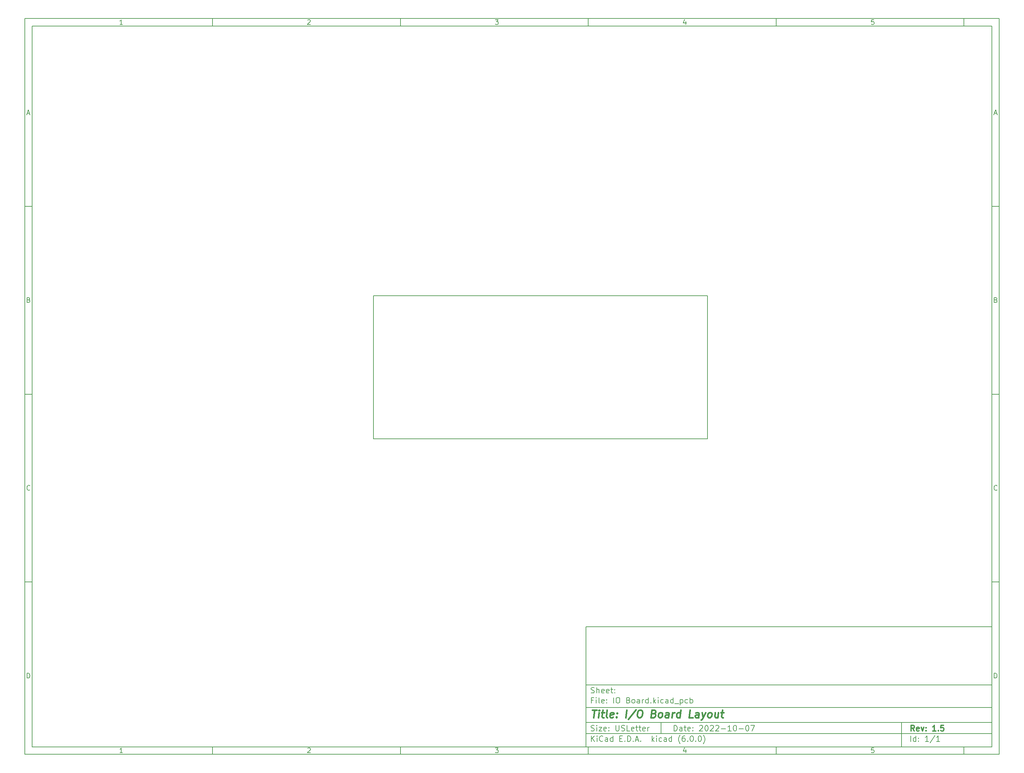
<source format=gbr>
G04 #@! TF.GenerationSoftware,KiCad,Pcbnew,(6.0.0)*
G04 #@! TF.CreationDate,2023-02-09T15:45:20-05:00*
G04 #@! TF.ProjectId,IO Board,494f2042-6f61-4726-942e-6b696361645f,1.5*
G04 #@! TF.SameCoordinates,Original*
G04 #@! TF.FileFunction,Profile,NP*
%FSLAX46Y46*%
G04 Gerber Fmt 4.6, Leading zero omitted, Abs format (unit mm)*
G04 Created by KiCad (PCBNEW (6.0.0)) date 2023-02-09 15:45:20*
%MOMM*%
%LPD*%
G01*
G04 APERTURE LIST*
%ADD10C,0.100000*%
%ADD11C,0.150000*%
%ADD12C,0.300000*%
%ADD13C,0.400000*%
G04 #@! TA.AperFunction,Profile*
%ADD14C,0.150000*%
G04 #@! TD*
G04 APERTURE END LIST*
D10*
D11*
X159400000Y-171900000D02*
X159400000Y-203900000D01*
X267400000Y-203900000D01*
X267400000Y-171900000D01*
X159400000Y-171900000D01*
D10*
D11*
X10000000Y-10000000D02*
X10000000Y-205900000D01*
X269400000Y-205900000D01*
X269400000Y-10000000D01*
X10000000Y-10000000D01*
D10*
D11*
X12000000Y-12000000D02*
X12000000Y-203900000D01*
X267400000Y-203900000D01*
X267400000Y-12000000D01*
X12000000Y-12000000D01*
D10*
D11*
X60000000Y-12000000D02*
X60000000Y-10000000D01*
D10*
D11*
X110000000Y-12000000D02*
X110000000Y-10000000D01*
D10*
D11*
X160000000Y-12000000D02*
X160000000Y-10000000D01*
D10*
D11*
X210000000Y-12000000D02*
X210000000Y-10000000D01*
D10*
D11*
X260000000Y-12000000D02*
X260000000Y-10000000D01*
D10*
D11*
X36065476Y-11588095D02*
X35322619Y-11588095D01*
X35694047Y-11588095D02*
X35694047Y-10288095D01*
X35570238Y-10473809D01*
X35446428Y-10597619D01*
X35322619Y-10659523D01*
D10*
D11*
X85322619Y-10411904D02*
X85384523Y-10350000D01*
X85508333Y-10288095D01*
X85817857Y-10288095D01*
X85941666Y-10350000D01*
X86003571Y-10411904D01*
X86065476Y-10535714D01*
X86065476Y-10659523D01*
X86003571Y-10845238D01*
X85260714Y-11588095D01*
X86065476Y-11588095D01*
D10*
D11*
X135260714Y-10288095D02*
X136065476Y-10288095D01*
X135632142Y-10783333D01*
X135817857Y-10783333D01*
X135941666Y-10845238D01*
X136003571Y-10907142D01*
X136065476Y-11030952D01*
X136065476Y-11340476D01*
X136003571Y-11464285D01*
X135941666Y-11526190D01*
X135817857Y-11588095D01*
X135446428Y-11588095D01*
X135322619Y-11526190D01*
X135260714Y-11464285D01*
D10*
D11*
X185941666Y-10721428D02*
X185941666Y-11588095D01*
X185632142Y-10226190D02*
X185322619Y-11154761D01*
X186127380Y-11154761D01*
D10*
D11*
X236003571Y-10288095D02*
X235384523Y-10288095D01*
X235322619Y-10907142D01*
X235384523Y-10845238D01*
X235508333Y-10783333D01*
X235817857Y-10783333D01*
X235941666Y-10845238D01*
X236003571Y-10907142D01*
X236065476Y-11030952D01*
X236065476Y-11340476D01*
X236003571Y-11464285D01*
X235941666Y-11526190D01*
X235817857Y-11588095D01*
X235508333Y-11588095D01*
X235384523Y-11526190D01*
X235322619Y-11464285D01*
D10*
D11*
X60000000Y-203900000D02*
X60000000Y-205900000D01*
D10*
D11*
X110000000Y-203900000D02*
X110000000Y-205900000D01*
D10*
D11*
X160000000Y-203900000D02*
X160000000Y-205900000D01*
D10*
D11*
X210000000Y-203900000D02*
X210000000Y-205900000D01*
D10*
D11*
X260000000Y-203900000D02*
X260000000Y-205900000D01*
D10*
D11*
X36065476Y-205488095D02*
X35322619Y-205488095D01*
X35694047Y-205488095D02*
X35694047Y-204188095D01*
X35570238Y-204373809D01*
X35446428Y-204497619D01*
X35322619Y-204559523D01*
D10*
D11*
X85322619Y-204311904D02*
X85384523Y-204250000D01*
X85508333Y-204188095D01*
X85817857Y-204188095D01*
X85941666Y-204250000D01*
X86003571Y-204311904D01*
X86065476Y-204435714D01*
X86065476Y-204559523D01*
X86003571Y-204745238D01*
X85260714Y-205488095D01*
X86065476Y-205488095D01*
D10*
D11*
X135260714Y-204188095D02*
X136065476Y-204188095D01*
X135632142Y-204683333D01*
X135817857Y-204683333D01*
X135941666Y-204745238D01*
X136003571Y-204807142D01*
X136065476Y-204930952D01*
X136065476Y-205240476D01*
X136003571Y-205364285D01*
X135941666Y-205426190D01*
X135817857Y-205488095D01*
X135446428Y-205488095D01*
X135322619Y-205426190D01*
X135260714Y-205364285D01*
D10*
D11*
X185941666Y-204621428D02*
X185941666Y-205488095D01*
X185632142Y-204126190D02*
X185322619Y-205054761D01*
X186127380Y-205054761D01*
D10*
D11*
X236003571Y-204188095D02*
X235384523Y-204188095D01*
X235322619Y-204807142D01*
X235384523Y-204745238D01*
X235508333Y-204683333D01*
X235817857Y-204683333D01*
X235941666Y-204745238D01*
X236003571Y-204807142D01*
X236065476Y-204930952D01*
X236065476Y-205240476D01*
X236003571Y-205364285D01*
X235941666Y-205426190D01*
X235817857Y-205488095D01*
X235508333Y-205488095D01*
X235384523Y-205426190D01*
X235322619Y-205364285D01*
D10*
D11*
X10000000Y-60000000D02*
X12000000Y-60000000D01*
D10*
D11*
X10000000Y-110000000D02*
X12000000Y-110000000D01*
D10*
D11*
X10000000Y-160000000D02*
X12000000Y-160000000D01*
D10*
D11*
X10690476Y-35216666D02*
X11309523Y-35216666D01*
X10566666Y-35588095D02*
X11000000Y-34288095D01*
X11433333Y-35588095D01*
D10*
D11*
X11092857Y-84907142D02*
X11278571Y-84969047D01*
X11340476Y-85030952D01*
X11402380Y-85154761D01*
X11402380Y-85340476D01*
X11340476Y-85464285D01*
X11278571Y-85526190D01*
X11154761Y-85588095D01*
X10659523Y-85588095D01*
X10659523Y-84288095D01*
X11092857Y-84288095D01*
X11216666Y-84350000D01*
X11278571Y-84411904D01*
X11340476Y-84535714D01*
X11340476Y-84659523D01*
X11278571Y-84783333D01*
X11216666Y-84845238D01*
X11092857Y-84907142D01*
X10659523Y-84907142D01*
D10*
D11*
X11402380Y-135464285D02*
X11340476Y-135526190D01*
X11154761Y-135588095D01*
X11030952Y-135588095D01*
X10845238Y-135526190D01*
X10721428Y-135402380D01*
X10659523Y-135278571D01*
X10597619Y-135030952D01*
X10597619Y-134845238D01*
X10659523Y-134597619D01*
X10721428Y-134473809D01*
X10845238Y-134350000D01*
X11030952Y-134288095D01*
X11154761Y-134288095D01*
X11340476Y-134350000D01*
X11402380Y-134411904D01*
D10*
D11*
X10659523Y-185588095D02*
X10659523Y-184288095D01*
X10969047Y-184288095D01*
X11154761Y-184350000D01*
X11278571Y-184473809D01*
X11340476Y-184597619D01*
X11402380Y-184845238D01*
X11402380Y-185030952D01*
X11340476Y-185278571D01*
X11278571Y-185402380D01*
X11154761Y-185526190D01*
X10969047Y-185588095D01*
X10659523Y-185588095D01*
D10*
D11*
X269400000Y-60000000D02*
X267400000Y-60000000D01*
D10*
D11*
X269400000Y-110000000D02*
X267400000Y-110000000D01*
D10*
D11*
X269400000Y-160000000D02*
X267400000Y-160000000D01*
D10*
D11*
X268090476Y-35216666D02*
X268709523Y-35216666D01*
X267966666Y-35588095D02*
X268400000Y-34288095D01*
X268833333Y-35588095D01*
D10*
D11*
X268492857Y-84907142D02*
X268678571Y-84969047D01*
X268740476Y-85030952D01*
X268802380Y-85154761D01*
X268802380Y-85340476D01*
X268740476Y-85464285D01*
X268678571Y-85526190D01*
X268554761Y-85588095D01*
X268059523Y-85588095D01*
X268059523Y-84288095D01*
X268492857Y-84288095D01*
X268616666Y-84350000D01*
X268678571Y-84411904D01*
X268740476Y-84535714D01*
X268740476Y-84659523D01*
X268678571Y-84783333D01*
X268616666Y-84845238D01*
X268492857Y-84907142D01*
X268059523Y-84907142D01*
D10*
D11*
X268802380Y-135464285D02*
X268740476Y-135526190D01*
X268554761Y-135588095D01*
X268430952Y-135588095D01*
X268245238Y-135526190D01*
X268121428Y-135402380D01*
X268059523Y-135278571D01*
X267997619Y-135030952D01*
X267997619Y-134845238D01*
X268059523Y-134597619D01*
X268121428Y-134473809D01*
X268245238Y-134350000D01*
X268430952Y-134288095D01*
X268554761Y-134288095D01*
X268740476Y-134350000D01*
X268802380Y-134411904D01*
D10*
D11*
X268059523Y-185588095D02*
X268059523Y-184288095D01*
X268369047Y-184288095D01*
X268554761Y-184350000D01*
X268678571Y-184473809D01*
X268740476Y-184597619D01*
X268802380Y-184845238D01*
X268802380Y-185030952D01*
X268740476Y-185278571D01*
X268678571Y-185402380D01*
X268554761Y-185526190D01*
X268369047Y-185588095D01*
X268059523Y-185588095D01*
D10*
D11*
X182832142Y-199678571D02*
X182832142Y-198178571D01*
X183189285Y-198178571D01*
X183403571Y-198250000D01*
X183546428Y-198392857D01*
X183617857Y-198535714D01*
X183689285Y-198821428D01*
X183689285Y-199035714D01*
X183617857Y-199321428D01*
X183546428Y-199464285D01*
X183403571Y-199607142D01*
X183189285Y-199678571D01*
X182832142Y-199678571D01*
X184975000Y-199678571D02*
X184975000Y-198892857D01*
X184903571Y-198750000D01*
X184760714Y-198678571D01*
X184475000Y-198678571D01*
X184332142Y-198750000D01*
X184975000Y-199607142D02*
X184832142Y-199678571D01*
X184475000Y-199678571D01*
X184332142Y-199607142D01*
X184260714Y-199464285D01*
X184260714Y-199321428D01*
X184332142Y-199178571D01*
X184475000Y-199107142D01*
X184832142Y-199107142D01*
X184975000Y-199035714D01*
X185475000Y-198678571D02*
X186046428Y-198678571D01*
X185689285Y-198178571D02*
X185689285Y-199464285D01*
X185760714Y-199607142D01*
X185903571Y-199678571D01*
X186046428Y-199678571D01*
X187117857Y-199607142D02*
X186975000Y-199678571D01*
X186689285Y-199678571D01*
X186546428Y-199607142D01*
X186475000Y-199464285D01*
X186475000Y-198892857D01*
X186546428Y-198750000D01*
X186689285Y-198678571D01*
X186975000Y-198678571D01*
X187117857Y-198750000D01*
X187189285Y-198892857D01*
X187189285Y-199035714D01*
X186475000Y-199178571D01*
X187832142Y-199535714D02*
X187903571Y-199607142D01*
X187832142Y-199678571D01*
X187760714Y-199607142D01*
X187832142Y-199535714D01*
X187832142Y-199678571D01*
X187832142Y-198750000D02*
X187903571Y-198821428D01*
X187832142Y-198892857D01*
X187760714Y-198821428D01*
X187832142Y-198750000D01*
X187832142Y-198892857D01*
X189617857Y-198321428D02*
X189689285Y-198250000D01*
X189832142Y-198178571D01*
X190189285Y-198178571D01*
X190332142Y-198250000D01*
X190403571Y-198321428D01*
X190475000Y-198464285D01*
X190475000Y-198607142D01*
X190403571Y-198821428D01*
X189546428Y-199678571D01*
X190475000Y-199678571D01*
X191403571Y-198178571D02*
X191546428Y-198178571D01*
X191689285Y-198250000D01*
X191760714Y-198321428D01*
X191832142Y-198464285D01*
X191903571Y-198750000D01*
X191903571Y-199107142D01*
X191832142Y-199392857D01*
X191760714Y-199535714D01*
X191689285Y-199607142D01*
X191546428Y-199678571D01*
X191403571Y-199678571D01*
X191260714Y-199607142D01*
X191189285Y-199535714D01*
X191117857Y-199392857D01*
X191046428Y-199107142D01*
X191046428Y-198750000D01*
X191117857Y-198464285D01*
X191189285Y-198321428D01*
X191260714Y-198250000D01*
X191403571Y-198178571D01*
X192475000Y-198321428D02*
X192546428Y-198250000D01*
X192689285Y-198178571D01*
X193046428Y-198178571D01*
X193189285Y-198250000D01*
X193260714Y-198321428D01*
X193332142Y-198464285D01*
X193332142Y-198607142D01*
X193260714Y-198821428D01*
X192403571Y-199678571D01*
X193332142Y-199678571D01*
X193903571Y-198321428D02*
X193975000Y-198250000D01*
X194117857Y-198178571D01*
X194475000Y-198178571D01*
X194617857Y-198250000D01*
X194689285Y-198321428D01*
X194760714Y-198464285D01*
X194760714Y-198607142D01*
X194689285Y-198821428D01*
X193832142Y-199678571D01*
X194760714Y-199678571D01*
X195403571Y-199107142D02*
X196546428Y-199107142D01*
X198046428Y-199678571D02*
X197189285Y-199678571D01*
X197617857Y-199678571D02*
X197617857Y-198178571D01*
X197475000Y-198392857D01*
X197332142Y-198535714D01*
X197189285Y-198607142D01*
X198975000Y-198178571D02*
X199117857Y-198178571D01*
X199260714Y-198250000D01*
X199332142Y-198321428D01*
X199403571Y-198464285D01*
X199475000Y-198750000D01*
X199475000Y-199107142D01*
X199403571Y-199392857D01*
X199332142Y-199535714D01*
X199260714Y-199607142D01*
X199117857Y-199678571D01*
X198975000Y-199678571D01*
X198832142Y-199607142D01*
X198760714Y-199535714D01*
X198689285Y-199392857D01*
X198617857Y-199107142D01*
X198617857Y-198750000D01*
X198689285Y-198464285D01*
X198760714Y-198321428D01*
X198832142Y-198250000D01*
X198975000Y-198178571D01*
X200117857Y-199107142D02*
X201260714Y-199107142D01*
X202260714Y-198178571D02*
X202403571Y-198178571D01*
X202546428Y-198250000D01*
X202617857Y-198321428D01*
X202689285Y-198464285D01*
X202760714Y-198750000D01*
X202760714Y-199107142D01*
X202689285Y-199392857D01*
X202617857Y-199535714D01*
X202546428Y-199607142D01*
X202403571Y-199678571D01*
X202260714Y-199678571D01*
X202117857Y-199607142D01*
X202046428Y-199535714D01*
X201975000Y-199392857D01*
X201903571Y-199107142D01*
X201903571Y-198750000D01*
X201975000Y-198464285D01*
X202046428Y-198321428D01*
X202117857Y-198250000D01*
X202260714Y-198178571D01*
X203260714Y-198178571D02*
X204260714Y-198178571D01*
X203617857Y-199678571D01*
D10*
D11*
X159400000Y-200400000D02*
X267400000Y-200400000D01*
D10*
D11*
X160832142Y-202478571D02*
X160832142Y-200978571D01*
X161689285Y-202478571D02*
X161046428Y-201621428D01*
X161689285Y-200978571D02*
X160832142Y-201835714D01*
X162332142Y-202478571D02*
X162332142Y-201478571D01*
X162332142Y-200978571D02*
X162260714Y-201050000D01*
X162332142Y-201121428D01*
X162403571Y-201050000D01*
X162332142Y-200978571D01*
X162332142Y-201121428D01*
X163903571Y-202335714D02*
X163832142Y-202407142D01*
X163617857Y-202478571D01*
X163475000Y-202478571D01*
X163260714Y-202407142D01*
X163117857Y-202264285D01*
X163046428Y-202121428D01*
X162975000Y-201835714D01*
X162975000Y-201621428D01*
X163046428Y-201335714D01*
X163117857Y-201192857D01*
X163260714Y-201050000D01*
X163475000Y-200978571D01*
X163617857Y-200978571D01*
X163832142Y-201050000D01*
X163903571Y-201121428D01*
X165189285Y-202478571D02*
X165189285Y-201692857D01*
X165117857Y-201550000D01*
X164975000Y-201478571D01*
X164689285Y-201478571D01*
X164546428Y-201550000D01*
X165189285Y-202407142D02*
X165046428Y-202478571D01*
X164689285Y-202478571D01*
X164546428Y-202407142D01*
X164475000Y-202264285D01*
X164475000Y-202121428D01*
X164546428Y-201978571D01*
X164689285Y-201907142D01*
X165046428Y-201907142D01*
X165189285Y-201835714D01*
X166546428Y-202478571D02*
X166546428Y-200978571D01*
X166546428Y-202407142D02*
X166403571Y-202478571D01*
X166117857Y-202478571D01*
X165975000Y-202407142D01*
X165903571Y-202335714D01*
X165832142Y-202192857D01*
X165832142Y-201764285D01*
X165903571Y-201621428D01*
X165975000Y-201550000D01*
X166117857Y-201478571D01*
X166403571Y-201478571D01*
X166546428Y-201550000D01*
X168403571Y-201692857D02*
X168903571Y-201692857D01*
X169117857Y-202478571D02*
X168403571Y-202478571D01*
X168403571Y-200978571D01*
X169117857Y-200978571D01*
X169760714Y-202335714D02*
X169832142Y-202407142D01*
X169760714Y-202478571D01*
X169689285Y-202407142D01*
X169760714Y-202335714D01*
X169760714Y-202478571D01*
X170475000Y-202478571D02*
X170475000Y-200978571D01*
X170832142Y-200978571D01*
X171046428Y-201050000D01*
X171189285Y-201192857D01*
X171260714Y-201335714D01*
X171332142Y-201621428D01*
X171332142Y-201835714D01*
X171260714Y-202121428D01*
X171189285Y-202264285D01*
X171046428Y-202407142D01*
X170832142Y-202478571D01*
X170475000Y-202478571D01*
X171975000Y-202335714D02*
X172046428Y-202407142D01*
X171975000Y-202478571D01*
X171903571Y-202407142D01*
X171975000Y-202335714D01*
X171975000Y-202478571D01*
X172617857Y-202050000D02*
X173332142Y-202050000D01*
X172475000Y-202478571D02*
X172975000Y-200978571D01*
X173475000Y-202478571D01*
X173975000Y-202335714D02*
X174046428Y-202407142D01*
X173975000Y-202478571D01*
X173903571Y-202407142D01*
X173975000Y-202335714D01*
X173975000Y-202478571D01*
X176975000Y-202478571D02*
X176975000Y-200978571D01*
X177117857Y-201907142D02*
X177546428Y-202478571D01*
X177546428Y-201478571D02*
X176975000Y-202050000D01*
X178189285Y-202478571D02*
X178189285Y-201478571D01*
X178189285Y-200978571D02*
X178117857Y-201050000D01*
X178189285Y-201121428D01*
X178260714Y-201050000D01*
X178189285Y-200978571D01*
X178189285Y-201121428D01*
X179546428Y-202407142D02*
X179403571Y-202478571D01*
X179117857Y-202478571D01*
X178975000Y-202407142D01*
X178903571Y-202335714D01*
X178832142Y-202192857D01*
X178832142Y-201764285D01*
X178903571Y-201621428D01*
X178975000Y-201550000D01*
X179117857Y-201478571D01*
X179403571Y-201478571D01*
X179546428Y-201550000D01*
X180832142Y-202478571D02*
X180832142Y-201692857D01*
X180760714Y-201550000D01*
X180617857Y-201478571D01*
X180332142Y-201478571D01*
X180189285Y-201550000D01*
X180832142Y-202407142D02*
X180689285Y-202478571D01*
X180332142Y-202478571D01*
X180189285Y-202407142D01*
X180117857Y-202264285D01*
X180117857Y-202121428D01*
X180189285Y-201978571D01*
X180332142Y-201907142D01*
X180689285Y-201907142D01*
X180832142Y-201835714D01*
X182189285Y-202478571D02*
X182189285Y-200978571D01*
X182189285Y-202407142D02*
X182046428Y-202478571D01*
X181760714Y-202478571D01*
X181617857Y-202407142D01*
X181546428Y-202335714D01*
X181475000Y-202192857D01*
X181475000Y-201764285D01*
X181546428Y-201621428D01*
X181617857Y-201550000D01*
X181760714Y-201478571D01*
X182046428Y-201478571D01*
X182189285Y-201550000D01*
X184475000Y-203050000D02*
X184403571Y-202978571D01*
X184260714Y-202764285D01*
X184189285Y-202621428D01*
X184117857Y-202407142D01*
X184046428Y-202050000D01*
X184046428Y-201764285D01*
X184117857Y-201407142D01*
X184189285Y-201192857D01*
X184260714Y-201050000D01*
X184403571Y-200835714D01*
X184475000Y-200764285D01*
X185689285Y-200978571D02*
X185403571Y-200978571D01*
X185260714Y-201050000D01*
X185189285Y-201121428D01*
X185046428Y-201335714D01*
X184975000Y-201621428D01*
X184975000Y-202192857D01*
X185046428Y-202335714D01*
X185117857Y-202407142D01*
X185260714Y-202478571D01*
X185546428Y-202478571D01*
X185689285Y-202407142D01*
X185760714Y-202335714D01*
X185832142Y-202192857D01*
X185832142Y-201835714D01*
X185760714Y-201692857D01*
X185689285Y-201621428D01*
X185546428Y-201550000D01*
X185260714Y-201550000D01*
X185117857Y-201621428D01*
X185046428Y-201692857D01*
X184975000Y-201835714D01*
X186475000Y-202335714D02*
X186546428Y-202407142D01*
X186475000Y-202478571D01*
X186403571Y-202407142D01*
X186475000Y-202335714D01*
X186475000Y-202478571D01*
X187475000Y-200978571D02*
X187617857Y-200978571D01*
X187760714Y-201050000D01*
X187832142Y-201121428D01*
X187903571Y-201264285D01*
X187975000Y-201550000D01*
X187975000Y-201907142D01*
X187903571Y-202192857D01*
X187832142Y-202335714D01*
X187760714Y-202407142D01*
X187617857Y-202478571D01*
X187475000Y-202478571D01*
X187332142Y-202407142D01*
X187260714Y-202335714D01*
X187189285Y-202192857D01*
X187117857Y-201907142D01*
X187117857Y-201550000D01*
X187189285Y-201264285D01*
X187260714Y-201121428D01*
X187332142Y-201050000D01*
X187475000Y-200978571D01*
X188617857Y-202335714D02*
X188689285Y-202407142D01*
X188617857Y-202478571D01*
X188546428Y-202407142D01*
X188617857Y-202335714D01*
X188617857Y-202478571D01*
X189617857Y-200978571D02*
X189760714Y-200978571D01*
X189903571Y-201050000D01*
X189975000Y-201121428D01*
X190046428Y-201264285D01*
X190117857Y-201550000D01*
X190117857Y-201907142D01*
X190046428Y-202192857D01*
X189975000Y-202335714D01*
X189903571Y-202407142D01*
X189760714Y-202478571D01*
X189617857Y-202478571D01*
X189475000Y-202407142D01*
X189403571Y-202335714D01*
X189332142Y-202192857D01*
X189260714Y-201907142D01*
X189260714Y-201550000D01*
X189332142Y-201264285D01*
X189403571Y-201121428D01*
X189475000Y-201050000D01*
X189617857Y-200978571D01*
X190617857Y-203050000D02*
X190689285Y-202978571D01*
X190832142Y-202764285D01*
X190903571Y-202621428D01*
X190975000Y-202407142D01*
X191046428Y-202050000D01*
X191046428Y-201764285D01*
X190975000Y-201407142D01*
X190903571Y-201192857D01*
X190832142Y-201050000D01*
X190689285Y-200835714D01*
X190617857Y-200764285D01*
D10*
D11*
X159400000Y-197400000D02*
X267400000Y-197400000D01*
D10*
D12*
X246809285Y-199678571D02*
X246309285Y-198964285D01*
X245952142Y-199678571D02*
X245952142Y-198178571D01*
X246523571Y-198178571D01*
X246666428Y-198250000D01*
X246737857Y-198321428D01*
X246809285Y-198464285D01*
X246809285Y-198678571D01*
X246737857Y-198821428D01*
X246666428Y-198892857D01*
X246523571Y-198964285D01*
X245952142Y-198964285D01*
X248023571Y-199607142D02*
X247880714Y-199678571D01*
X247595000Y-199678571D01*
X247452142Y-199607142D01*
X247380714Y-199464285D01*
X247380714Y-198892857D01*
X247452142Y-198750000D01*
X247595000Y-198678571D01*
X247880714Y-198678571D01*
X248023571Y-198750000D01*
X248095000Y-198892857D01*
X248095000Y-199035714D01*
X247380714Y-199178571D01*
X248595000Y-198678571D02*
X248952142Y-199678571D01*
X249309285Y-198678571D01*
X249880714Y-199535714D02*
X249952142Y-199607142D01*
X249880714Y-199678571D01*
X249809285Y-199607142D01*
X249880714Y-199535714D01*
X249880714Y-199678571D01*
X249880714Y-198750000D02*
X249952142Y-198821428D01*
X249880714Y-198892857D01*
X249809285Y-198821428D01*
X249880714Y-198750000D01*
X249880714Y-198892857D01*
X252523571Y-199678571D02*
X251666428Y-199678571D01*
X252095000Y-199678571D02*
X252095000Y-198178571D01*
X251952142Y-198392857D01*
X251809285Y-198535714D01*
X251666428Y-198607142D01*
X253166428Y-199535714D02*
X253237857Y-199607142D01*
X253166428Y-199678571D01*
X253095000Y-199607142D01*
X253166428Y-199535714D01*
X253166428Y-199678571D01*
X254595000Y-198178571D02*
X253880714Y-198178571D01*
X253809285Y-198892857D01*
X253880714Y-198821428D01*
X254023571Y-198750000D01*
X254380714Y-198750000D01*
X254523571Y-198821428D01*
X254595000Y-198892857D01*
X254666428Y-199035714D01*
X254666428Y-199392857D01*
X254595000Y-199535714D01*
X254523571Y-199607142D01*
X254380714Y-199678571D01*
X254023571Y-199678571D01*
X253880714Y-199607142D01*
X253809285Y-199535714D01*
D10*
D11*
X160760714Y-199607142D02*
X160975000Y-199678571D01*
X161332142Y-199678571D01*
X161475000Y-199607142D01*
X161546428Y-199535714D01*
X161617857Y-199392857D01*
X161617857Y-199250000D01*
X161546428Y-199107142D01*
X161475000Y-199035714D01*
X161332142Y-198964285D01*
X161046428Y-198892857D01*
X160903571Y-198821428D01*
X160832142Y-198750000D01*
X160760714Y-198607142D01*
X160760714Y-198464285D01*
X160832142Y-198321428D01*
X160903571Y-198250000D01*
X161046428Y-198178571D01*
X161403571Y-198178571D01*
X161617857Y-198250000D01*
X162260714Y-199678571D02*
X162260714Y-198678571D01*
X162260714Y-198178571D02*
X162189285Y-198250000D01*
X162260714Y-198321428D01*
X162332142Y-198250000D01*
X162260714Y-198178571D01*
X162260714Y-198321428D01*
X162832142Y-198678571D02*
X163617857Y-198678571D01*
X162832142Y-199678571D01*
X163617857Y-199678571D01*
X164760714Y-199607142D02*
X164617857Y-199678571D01*
X164332142Y-199678571D01*
X164189285Y-199607142D01*
X164117857Y-199464285D01*
X164117857Y-198892857D01*
X164189285Y-198750000D01*
X164332142Y-198678571D01*
X164617857Y-198678571D01*
X164760714Y-198750000D01*
X164832142Y-198892857D01*
X164832142Y-199035714D01*
X164117857Y-199178571D01*
X165475000Y-199535714D02*
X165546428Y-199607142D01*
X165475000Y-199678571D01*
X165403571Y-199607142D01*
X165475000Y-199535714D01*
X165475000Y-199678571D01*
X165475000Y-198750000D02*
X165546428Y-198821428D01*
X165475000Y-198892857D01*
X165403571Y-198821428D01*
X165475000Y-198750000D01*
X165475000Y-198892857D01*
X167332142Y-198178571D02*
X167332142Y-199392857D01*
X167403571Y-199535714D01*
X167475000Y-199607142D01*
X167617857Y-199678571D01*
X167903571Y-199678571D01*
X168046428Y-199607142D01*
X168117857Y-199535714D01*
X168189285Y-199392857D01*
X168189285Y-198178571D01*
X168832142Y-199607142D02*
X169046428Y-199678571D01*
X169403571Y-199678571D01*
X169546428Y-199607142D01*
X169617857Y-199535714D01*
X169689285Y-199392857D01*
X169689285Y-199250000D01*
X169617857Y-199107142D01*
X169546428Y-199035714D01*
X169403571Y-198964285D01*
X169117857Y-198892857D01*
X168975000Y-198821428D01*
X168903571Y-198750000D01*
X168832142Y-198607142D01*
X168832142Y-198464285D01*
X168903571Y-198321428D01*
X168975000Y-198250000D01*
X169117857Y-198178571D01*
X169475000Y-198178571D01*
X169689285Y-198250000D01*
X171046428Y-199678571D02*
X170332142Y-199678571D01*
X170332142Y-198178571D01*
X172117857Y-199607142D02*
X171975000Y-199678571D01*
X171689285Y-199678571D01*
X171546428Y-199607142D01*
X171475000Y-199464285D01*
X171475000Y-198892857D01*
X171546428Y-198750000D01*
X171689285Y-198678571D01*
X171975000Y-198678571D01*
X172117857Y-198750000D01*
X172189285Y-198892857D01*
X172189285Y-199035714D01*
X171475000Y-199178571D01*
X172617857Y-198678571D02*
X173189285Y-198678571D01*
X172832142Y-198178571D02*
X172832142Y-199464285D01*
X172903571Y-199607142D01*
X173046428Y-199678571D01*
X173189285Y-199678571D01*
X173475000Y-198678571D02*
X174046428Y-198678571D01*
X173689285Y-198178571D02*
X173689285Y-199464285D01*
X173760714Y-199607142D01*
X173903571Y-199678571D01*
X174046428Y-199678571D01*
X175117857Y-199607142D02*
X174975000Y-199678571D01*
X174689285Y-199678571D01*
X174546428Y-199607142D01*
X174475000Y-199464285D01*
X174475000Y-198892857D01*
X174546428Y-198750000D01*
X174689285Y-198678571D01*
X174975000Y-198678571D01*
X175117857Y-198750000D01*
X175189285Y-198892857D01*
X175189285Y-199035714D01*
X174475000Y-199178571D01*
X175832142Y-199678571D02*
X175832142Y-198678571D01*
X175832142Y-198964285D02*
X175903571Y-198821428D01*
X175975000Y-198750000D01*
X176117857Y-198678571D01*
X176260714Y-198678571D01*
D10*
D11*
X245832142Y-202478571D02*
X245832142Y-200978571D01*
X247189285Y-202478571D02*
X247189285Y-200978571D01*
X247189285Y-202407142D02*
X247046428Y-202478571D01*
X246760714Y-202478571D01*
X246617857Y-202407142D01*
X246546428Y-202335714D01*
X246475000Y-202192857D01*
X246475000Y-201764285D01*
X246546428Y-201621428D01*
X246617857Y-201550000D01*
X246760714Y-201478571D01*
X247046428Y-201478571D01*
X247189285Y-201550000D01*
X247903571Y-202335714D02*
X247975000Y-202407142D01*
X247903571Y-202478571D01*
X247832142Y-202407142D01*
X247903571Y-202335714D01*
X247903571Y-202478571D01*
X247903571Y-201550000D02*
X247975000Y-201621428D01*
X247903571Y-201692857D01*
X247832142Y-201621428D01*
X247903571Y-201550000D01*
X247903571Y-201692857D01*
X250546428Y-202478571D02*
X249689285Y-202478571D01*
X250117857Y-202478571D02*
X250117857Y-200978571D01*
X249975000Y-201192857D01*
X249832142Y-201335714D01*
X249689285Y-201407142D01*
X252260714Y-200907142D02*
X250975000Y-202835714D01*
X253546428Y-202478571D02*
X252689285Y-202478571D01*
X253117857Y-202478571D02*
X253117857Y-200978571D01*
X252975000Y-201192857D01*
X252832142Y-201335714D01*
X252689285Y-201407142D01*
D10*
D11*
X159400000Y-193400000D02*
X267400000Y-193400000D01*
D10*
D13*
X161112380Y-194104761D02*
X162255238Y-194104761D01*
X161433809Y-196104761D02*
X161683809Y-194104761D01*
X162671904Y-196104761D02*
X162838571Y-194771428D01*
X162921904Y-194104761D02*
X162814761Y-194200000D01*
X162898095Y-194295238D01*
X163005238Y-194200000D01*
X162921904Y-194104761D01*
X162898095Y-194295238D01*
X163505238Y-194771428D02*
X164267142Y-194771428D01*
X163874285Y-194104761D02*
X163660000Y-195819047D01*
X163731428Y-196009523D01*
X163910000Y-196104761D01*
X164100476Y-196104761D01*
X165052857Y-196104761D02*
X164874285Y-196009523D01*
X164802857Y-195819047D01*
X165017142Y-194104761D01*
X166588571Y-196009523D02*
X166386190Y-196104761D01*
X166005238Y-196104761D01*
X165826666Y-196009523D01*
X165755238Y-195819047D01*
X165850476Y-195057142D01*
X165969523Y-194866666D01*
X166171904Y-194771428D01*
X166552857Y-194771428D01*
X166731428Y-194866666D01*
X166802857Y-195057142D01*
X166779047Y-195247619D01*
X165802857Y-195438095D01*
X167552857Y-195914285D02*
X167636190Y-196009523D01*
X167529047Y-196104761D01*
X167445714Y-196009523D01*
X167552857Y-195914285D01*
X167529047Y-196104761D01*
X167683809Y-194866666D02*
X167767142Y-194961904D01*
X167660000Y-195057142D01*
X167576666Y-194961904D01*
X167683809Y-194866666D01*
X167660000Y-195057142D01*
X170005238Y-196104761D02*
X170255238Y-194104761D01*
X172648095Y-194009523D02*
X170612380Y-196580952D01*
X173683809Y-194104761D02*
X174064761Y-194104761D01*
X174243333Y-194200000D01*
X174410000Y-194390476D01*
X174457619Y-194771428D01*
X174374285Y-195438095D01*
X174231428Y-195819047D01*
X174017142Y-196009523D01*
X173814761Y-196104761D01*
X173433809Y-196104761D01*
X173255238Y-196009523D01*
X173088571Y-195819047D01*
X173040952Y-195438095D01*
X173124285Y-194771428D01*
X173267142Y-194390476D01*
X173481428Y-194200000D01*
X173683809Y-194104761D01*
X177469523Y-195057142D02*
X177743333Y-195152380D01*
X177826666Y-195247619D01*
X177898095Y-195438095D01*
X177862380Y-195723809D01*
X177743333Y-195914285D01*
X177636190Y-196009523D01*
X177433809Y-196104761D01*
X176671904Y-196104761D01*
X176921904Y-194104761D01*
X177588571Y-194104761D01*
X177767142Y-194200000D01*
X177850476Y-194295238D01*
X177921904Y-194485714D01*
X177898095Y-194676190D01*
X177779047Y-194866666D01*
X177671904Y-194961904D01*
X177469523Y-195057142D01*
X176802857Y-195057142D01*
X178957619Y-196104761D02*
X178779047Y-196009523D01*
X178695714Y-195914285D01*
X178624285Y-195723809D01*
X178695714Y-195152380D01*
X178814761Y-194961904D01*
X178921904Y-194866666D01*
X179124285Y-194771428D01*
X179410000Y-194771428D01*
X179588571Y-194866666D01*
X179671904Y-194961904D01*
X179743333Y-195152380D01*
X179671904Y-195723809D01*
X179552857Y-195914285D01*
X179445714Y-196009523D01*
X179243333Y-196104761D01*
X178957619Y-196104761D01*
X181338571Y-196104761D02*
X181469523Y-195057142D01*
X181398095Y-194866666D01*
X181219523Y-194771428D01*
X180838571Y-194771428D01*
X180636190Y-194866666D01*
X181350476Y-196009523D02*
X181148095Y-196104761D01*
X180671904Y-196104761D01*
X180493333Y-196009523D01*
X180421904Y-195819047D01*
X180445714Y-195628571D01*
X180564761Y-195438095D01*
X180767142Y-195342857D01*
X181243333Y-195342857D01*
X181445714Y-195247619D01*
X182290952Y-196104761D02*
X182457619Y-194771428D01*
X182410000Y-195152380D02*
X182529047Y-194961904D01*
X182636190Y-194866666D01*
X182838571Y-194771428D01*
X183029047Y-194771428D01*
X184386190Y-196104761D02*
X184636190Y-194104761D01*
X184398095Y-196009523D02*
X184195714Y-196104761D01*
X183814761Y-196104761D01*
X183636190Y-196009523D01*
X183552857Y-195914285D01*
X183481428Y-195723809D01*
X183552857Y-195152380D01*
X183671904Y-194961904D01*
X183779047Y-194866666D01*
X183981428Y-194771428D01*
X184362380Y-194771428D01*
X184540952Y-194866666D01*
X187814761Y-196104761D02*
X186862380Y-196104761D01*
X187112380Y-194104761D01*
X189338571Y-196104761D02*
X189469523Y-195057142D01*
X189398095Y-194866666D01*
X189219523Y-194771428D01*
X188838571Y-194771428D01*
X188636190Y-194866666D01*
X189350476Y-196009523D02*
X189148095Y-196104761D01*
X188671904Y-196104761D01*
X188493333Y-196009523D01*
X188421904Y-195819047D01*
X188445714Y-195628571D01*
X188564761Y-195438095D01*
X188767142Y-195342857D01*
X189243333Y-195342857D01*
X189445714Y-195247619D01*
X190267142Y-194771428D02*
X190576666Y-196104761D01*
X191219523Y-194771428D02*
X190576666Y-196104761D01*
X190326666Y-196580952D01*
X190219523Y-196676190D01*
X190017142Y-196771428D01*
X192100476Y-196104761D02*
X191921904Y-196009523D01*
X191838571Y-195914285D01*
X191767142Y-195723809D01*
X191838571Y-195152380D01*
X191957619Y-194961904D01*
X192064761Y-194866666D01*
X192267142Y-194771428D01*
X192552857Y-194771428D01*
X192731428Y-194866666D01*
X192814761Y-194961904D01*
X192886190Y-195152380D01*
X192814761Y-195723809D01*
X192695714Y-195914285D01*
X192588571Y-196009523D01*
X192386190Y-196104761D01*
X192100476Y-196104761D01*
X194648095Y-194771428D02*
X194481428Y-196104761D01*
X193790952Y-194771428D02*
X193660000Y-195819047D01*
X193731428Y-196009523D01*
X193910000Y-196104761D01*
X194195714Y-196104761D01*
X194398095Y-196009523D01*
X194505238Y-195914285D01*
X195314761Y-194771428D02*
X196076666Y-194771428D01*
X195683809Y-194104761D02*
X195469523Y-195819047D01*
X195540952Y-196009523D01*
X195719523Y-196104761D01*
X195910000Y-196104761D01*
D10*
D11*
X161332142Y-191492857D02*
X160832142Y-191492857D01*
X160832142Y-192278571D02*
X160832142Y-190778571D01*
X161546428Y-190778571D01*
X162117857Y-192278571D02*
X162117857Y-191278571D01*
X162117857Y-190778571D02*
X162046428Y-190850000D01*
X162117857Y-190921428D01*
X162189285Y-190850000D01*
X162117857Y-190778571D01*
X162117857Y-190921428D01*
X163046428Y-192278571D02*
X162903571Y-192207142D01*
X162832142Y-192064285D01*
X162832142Y-190778571D01*
X164189285Y-192207142D02*
X164046428Y-192278571D01*
X163760714Y-192278571D01*
X163617857Y-192207142D01*
X163546428Y-192064285D01*
X163546428Y-191492857D01*
X163617857Y-191350000D01*
X163760714Y-191278571D01*
X164046428Y-191278571D01*
X164189285Y-191350000D01*
X164260714Y-191492857D01*
X164260714Y-191635714D01*
X163546428Y-191778571D01*
X164903571Y-192135714D02*
X164975000Y-192207142D01*
X164903571Y-192278571D01*
X164832142Y-192207142D01*
X164903571Y-192135714D01*
X164903571Y-192278571D01*
X164903571Y-191350000D02*
X164975000Y-191421428D01*
X164903571Y-191492857D01*
X164832142Y-191421428D01*
X164903571Y-191350000D01*
X164903571Y-191492857D01*
X166760714Y-192278571D02*
X166760714Y-190778571D01*
X167760714Y-190778571D02*
X168046428Y-190778571D01*
X168189285Y-190850000D01*
X168332142Y-190992857D01*
X168403571Y-191278571D01*
X168403571Y-191778571D01*
X168332142Y-192064285D01*
X168189285Y-192207142D01*
X168046428Y-192278571D01*
X167760714Y-192278571D01*
X167617857Y-192207142D01*
X167475000Y-192064285D01*
X167403571Y-191778571D01*
X167403571Y-191278571D01*
X167475000Y-190992857D01*
X167617857Y-190850000D01*
X167760714Y-190778571D01*
X170689285Y-191492857D02*
X170903571Y-191564285D01*
X170975000Y-191635714D01*
X171046428Y-191778571D01*
X171046428Y-191992857D01*
X170975000Y-192135714D01*
X170903571Y-192207142D01*
X170760714Y-192278571D01*
X170189285Y-192278571D01*
X170189285Y-190778571D01*
X170689285Y-190778571D01*
X170832142Y-190850000D01*
X170903571Y-190921428D01*
X170975000Y-191064285D01*
X170975000Y-191207142D01*
X170903571Y-191350000D01*
X170832142Y-191421428D01*
X170689285Y-191492857D01*
X170189285Y-191492857D01*
X171903571Y-192278571D02*
X171760714Y-192207142D01*
X171689285Y-192135714D01*
X171617857Y-191992857D01*
X171617857Y-191564285D01*
X171689285Y-191421428D01*
X171760714Y-191350000D01*
X171903571Y-191278571D01*
X172117857Y-191278571D01*
X172260714Y-191350000D01*
X172332142Y-191421428D01*
X172403571Y-191564285D01*
X172403571Y-191992857D01*
X172332142Y-192135714D01*
X172260714Y-192207142D01*
X172117857Y-192278571D01*
X171903571Y-192278571D01*
X173689285Y-192278571D02*
X173689285Y-191492857D01*
X173617857Y-191350000D01*
X173475000Y-191278571D01*
X173189285Y-191278571D01*
X173046428Y-191350000D01*
X173689285Y-192207142D02*
X173546428Y-192278571D01*
X173189285Y-192278571D01*
X173046428Y-192207142D01*
X172975000Y-192064285D01*
X172975000Y-191921428D01*
X173046428Y-191778571D01*
X173189285Y-191707142D01*
X173546428Y-191707142D01*
X173689285Y-191635714D01*
X174403571Y-192278571D02*
X174403571Y-191278571D01*
X174403571Y-191564285D02*
X174475000Y-191421428D01*
X174546428Y-191350000D01*
X174689285Y-191278571D01*
X174832142Y-191278571D01*
X175975000Y-192278571D02*
X175975000Y-190778571D01*
X175975000Y-192207142D02*
X175832142Y-192278571D01*
X175546428Y-192278571D01*
X175403571Y-192207142D01*
X175332142Y-192135714D01*
X175260714Y-191992857D01*
X175260714Y-191564285D01*
X175332142Y-191421428D01*
X175403571Y-191350000D01*
X175546428Y-191278571D01*
X175832142Y-191278571D01*
X175975000Y-191350000D01*
X176689285Y-192135714D02*
X176760714Y-192207142D01*
X176689285Y-192278571D01*
X176617857Y-192207142D01*
X176689285Y-192135714D01*
X176689285Y-192278571D01*
X177403571Y-192278571D02*
X177403571Y-190778571D01*
X177546428Y-191707142D02*
X177975000Y-192278571D01*
X177975000Y-191278571D02*
X177403571Y-191850000D01*
X178617857Y-192278571D02*
X178617857Y-191278571D01*
X178617857Y-190778571D02*
X178546428Y-190850000D01*
X178617857Y-190921428D01*
X178689285Y-190850000D01*
X178617857Y-190778571D01*
X178617857Y-190921428D01*
X179975000Y-192207142D02*
X179832142Y-192278571D01*
X179546428Y-192278571D01*
X179403571Y-192207142D01*
X179332142Y-192135714D01*
X179260714Y-191992857D01*
X179260714Y-191564285D01*
X179332142Y-191421428D01*
X179403571Y-191350000D01*
X179546428Y-191278571D01*
X179832142Y-191278571D01*
X179975000Y-191350000D01*
X181260714Y-192278571D02*
X181260714Y-191492857D01*
X181189285Y-191350000D01*
X181046428Y-191278571D01*
X180760714Y-191278571D01*
X180617857Y-191350000D01*
X181260714Y-192207142D02*
X181117857Y-192278571D01*
X180760714Y-192278571D01*
X180617857Y-192207142D01*
X180546428Y-192064285D01*
X180546428Y-191921428D01*
X180617857Y-191778571D01*
X180760714Y-191707142D01*
X181117857Y-191707142D01*
X181260714Y-191635714D01*
X182617857Y-192278571D02*
X182617857Y-190778571D01*
X182617857Y-192207142D02*
X182475000Y-192278571D01*
X182189285Y-192278571D01*
X182046428Y-192207142D01*
X181975000Y-192135714D01*
X181903571Y-191992857D01*
X181903571Y-191564285D01*
X181975000Y-191421428D01*
X182046428Y-191350000D01*
X182189285Y-191278571D01*
X182475000Y-191278571D01*
X182617857Y-191350000D01*
X182975000Y-192421428D02*
X184117857Y-192421428D01*
X184475000Y-191278571D02*
X184475000Y-192778571D01*
X184475000Y-191350000D02*
X184617857Y-191278571D01*
X184903571Y-191278571D01*
X185046428Y-191350000D01*
X185117857Y-191421428D01*
X185189285Y-191564285D01*
X185189285Y-191992857D01*
X185117857Y-192135714D01*
X185046428Y-192207142D01*
X184903571Y-192278571D01*
X184617857Y-192278571D01*
X184475000Y-192207142D01*
X186475000Y-192207142D02*
X186332142Y-192278571D01*
X186046428Y-192278571D01*
X185903571Y-192207142D01*
X185832142Y-192135714D01*
X185760714Y-191992857D01*
X185760714Y-191564285D01*
X185832142Y-191421428D01*
X185903571Y-191350000D01*
X186046428Y-191278571D01*
X186332142Y-191278571D01*
X186475000Y-191350000D01*
X187117857Y-192278571D02*
X187117857Y-190778571D01*
X187117857Y-191350000D02*
X187260714Y-191278571D01*
X187546428Y-191278571D01*
X187689285Y-191350000D01*
X187760714Y-191421428D01*
X187832142Y-191564285D01*
X187832142Y-191992857D01*
X187760714Y-192135714D01*
X187689285Y-192207142D01*
X187546428Y-192278571D01*
X187260714Y-192278571D01*
X187117857Y-192207142D01*
D10*
D11*
X159400000Y-187400000D02*
X267400000Y-187400000D01*
D10*
D11*
X160760714Y-189507142D02*
X160975000Y-189578571D01*
X161332142Y-189578571D01*
X161475000Y-189507142D01*
X161546428Y-189435714D01*
X161617857Y-189292857D01*
X161617857Y-189150000D01*
X161546428Y-189007142D01*
X161475000Y-188935714D01*
X161332142Y-188864285D01*
X161046428Y-188792857D01*
X160903571Y-188721428D01*
X160832142Y-188650000D01*
X160760714Y-188507142D01*
X160760714Y-188364285D01*
X160832142Y-188221428D01*
X160903571Y-188150000D01*
X161046428Y-188078571D01*
X161403571Y-188078571D01*
X161617857Y-188150000D01*
X162260714Y-189578571D02*
X162260714Y-188078571D01*
X162903571Y-189578571D02*
X162903571Y-188792857D01*
X162832142Y-188650000D01*
X162689285Y-188578571D01*
X162475000Y-188578571D01*
X162332142Y-188650000D01*
X162260714Y-188721428D01*
X164189285Y-189507142D02*
X164046428Y-189578571D01*
X163760714Y-189578571D01*
X163617857Y-189507142D01*
X163546428Y-189364285D01*
X163546428Y-188792857D01*
X163617857Y-188650000D01*
X163760714Y-188578571D01*
X164046428Y-188578571D01*
X164189285Y-188650000D01*
X164260714Y-188792857D01*
X164260714Y-188935714D01*
X163546428Y-189078571D01*
X165475000Y-189507142D02*
X165332142Y-189578571D01*
X165046428Y-189578571D01*
X164903571Y-189507142D01*
X164832142Y-189364285D01*
X164832142Y-188792857D01*
X164903571Y-188650000D01*
X165046428Y-188578571D01*
X165332142Y-188578571D01*
X165475000Y-188650000D01*
X165546428Y-188792857D01*
X165546428Y-188935714D01*
X164832142Y-189078571D01*
X165975000Y-188578571D02*
X166546428Y-188578571D01*
X166189285Y-188078571D02*
X166189285Y-189364285D01*
X166260714Y-189507142D01*
X166403571Y-189578571D01*
X166546428Y-189578571D01*
X167046428Y-189435714D02*
X167117857Y-189507142D01*
X167046428Y-189578571D01*
X166975000Y-189507142D01*
X167046428Y-189435714D01*
X167046428Y-189578571D01*
X167046428Y-188650000D02*
X167117857Y-188721428D01*
X167046428Y-188792857D01*
X166975000Y-188721428D01*
X167046428Y-188650000D01*
X167046428Y-188792857D01*
D10*
D12*
D10*
D11*
D10*
D11*
D10*
D11*
D10*
D11*
D10*
D11*
X179400000Y-197400000D02*
X179400000Y-200400000D01*
D10*
D11*
X243400000Y-197400000D02*
X243400000Y-203900000D01*
D14*
X191770000Y-121920000D02*
X102870000Y-121920000D01*
X102870000Y-83820000D02*
X191770000Y-83820000D01*
X191770000Y-83820000D02*
X191770000Y-121920000D01*
X102870000Y-121920000D02*
X102870000Y-83820000D01*
M02*

</source>
